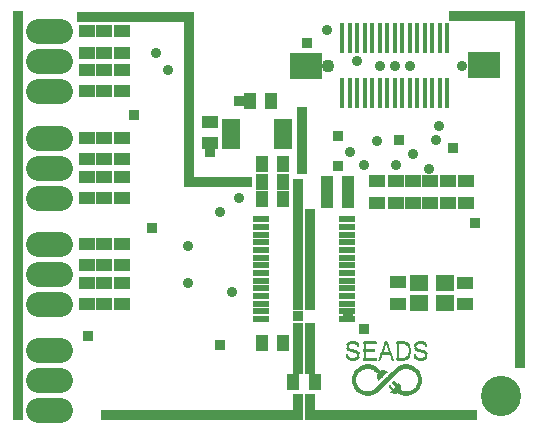
<source format=gts>
G75*
%MOIN*%
%OFA0B0*%
%FSLAX24Y24*%
%IPPOS*%
%LPD*%
%AMOC8*
5,1,8,0,0,1.08239X$1,22.5*
%
%ADD10C,0.1340*%
%ADD11R,0.0069X0.0011*%
%ADD12R,0.0080X0.0011*%
%ADD13R,0.0218X0.0011*%
%ADD14R,0.0310X0.0011*%
%ADD15R,0.0380X0.0011*%
%ADD16R,0.0425X0.0012*%
%ADD17R,0.0471X0.0011*%
%ADD18R,0.0517X0.0011*%
%ADD19R,0.0092X0.0011*%
%ADD20R,0.0563X0.0011*%
%ADD21R,0.0161X0.0011*%
%ADD22R,0.0586X0.0011*%
%ADD23R,0.0782X0.0011*%
%ADD24R,0.0816X0.0012*%
%ADD25R,0.0655X0.0011*%
%ADD26R,0.0851X0.0011*%
%ADD27R,0.0678X0.0011*%
%ADD28R,0.0862X0.0011*%
%ADD29R,0.0288X0.0011*%
%ADD30R,0.0448X0.0011*%
%ADD31R,0.0241X0.0011*%
%ADD32R,0.0253X0.0011*%
%ADD33R,0.0391X0.0011*%
%ADD34R,0.0230X0.0012*%
%ADD35R,0.0345X0.0012*%
%ADD36R,0.0207X0.0011*%
%ADD37R,0.0207X0.0011*%
%ADD38R,0.0299X0.0011*%
%ADD39R,0.0195X0.0011*%
%ADD40R,0.0184X0.0011*%
%ADD41R,0.0173X0.0012*%
%ADD42R,0.0195X0.0012*%
%ADD43R,0.0322X0.0012*%
%ADD44R,0.0184X0.0012*%
%ADD45R,0.0173X0.0011*%
%ADD46R,0.0230X0.0011*%
%ADD47R,0.0184X0.0011*%
%ADD48R,0.0092X0.0011*%
%ADD49R,0.0161X0.0012*%
%ADD50R,0.0092X0.0012*%
%ADD51R,0.0149X0.0011*%
%ADD52R,0.0150X0.0011*%
%ADD53R,0.0069X0.0011*%
%ADD54R,0.0046X0.0011*%
%ADD55R,0.0149X0.0012*%
%ADD56R,0.0023X0.0012*%
%ADD57R,0.0138X0.0012*%
%ADD58R,0.0138X0.0011*%
%ADD59R,0.0103X0.0011*%
%ADD60R,0.0057X0.0011*%
%ADD61R,0.0035X0.0011*%
%ADD62R,0.0103X0.0012*%
%ADD63R,0.0011X0.0012*%
%ADD64R,0.0127X0.0012*%
%ADD65R,0.0057X0.0012*%
%ADD66R,0.0127X0.0011*%
%ADD67R,0.0011X0.0011*%
%ADD68R,0.0023X0.0011*%
%ADD69R,0.0092X0.0012*%
%ADD70R,0.0115X0.0011*%
%ADD71R,0.0126X0.0011*%
%ADD72R,0.0126X0.0012*%
%ADD73R,0.0265X0.0011*%
%ADD74R,0.0150X0.0012*%
%ADD75R,0.0276X0.0012*%
%ADD76R,0.0322X0.0011*%
%ADD77R,0.0345X0.0011*%
%ADD78R,0.0368X0.0011*%
%ADD79R,0.0368X0.0012*%
%ADD80R,0.0379X0.0011*%
%ADD81R,0.0207X0.0012*%
%ADD82R,0.0207X0.0012*%
%ADD83R,0.0678X0.0012*%
%ADD84R,0.0621X0.0011*%
%ADD85R,0.0552X0.0011*%
%ADD86R,0.0552X0.0011*%
%ADD87R,0.0517X0.0012*%
%ADD88R,0.0425X0.0011*%
%ADD89R,0.0218X0.0012*%
%ADD90R,0.0437X0.0011*%
%ADD91R,0.0437X0.0012*%
%ADD92R,0.0080X0.0012*%
%ADD93R,0.0333X0.0012*%
%ADD94R,0.0356X0.0011*%
%ADD95R,0.0403X0.0011*%
%ADD96R,0.0115X0.0012*%
%ADD97R,0.0069X0.0012*%
%ADD98R,0.0391X0.0012*%
%ADD99R,0.0264X0.0011*%
%ADD100R,0.0288X0.0012*%
%ADD101R,0.0403X0.0012*%
%ADD102R,0.0299X0.0011*%
%ADD103R,0.0276X0.0011*%
%ADD104R,0.0069X0.0012*%
%ADD105R,0.0414X0.0011*%
%ADD106R,0.0333X0.0011*%
%ADD107R,0.0322X0.0011*%
%ADD108R,0.0534X0.0237*%
%ADD109R,0.0395X0.0552*%
%ADD110R,0.0552X0.0395*%
%ADD111C,0.0820*%
%ADD112R,0.0620X0.0260*%
%ADD113R,0.0631X0.0552*%
%ADD114R,0.1064X0.0867*%
%ADD115R,0.0157X0.1004*%
%ADD116C,0.0434*%
%ADD117C,0.0356*%
%ADD118C,0.0360*%
%ADD119R,0.0360X0.0360*%
D10*
X017070Y001361D03*
D11*
X014187Y002710D03*
X014187Y002744D03*
X013325Y002917D03*
X013313Y002951D03*
X013302Y002986D03*
X013279Y003055D03*
X013187Y003043D03*
X012290Y003009D03*
X011922Y002744D03*
X012612Y001364D03*
D12*
X012997Y001916D03*
X013480Y001801D03*
X013653Y001721D03*
X013906Y001364D03*
X013009Y002549D03*
X013020Y002572D03*
X013020Y002583D03*
X013032Y002606D03*
X013043Y002641D03*
X013043Y002652D03*
X013055Y002664D03*
X013055Y002687D03*
X013066Y002698D03*
X013066Y002710D03*
X013101Y002802D03*
X013101Y002813D03*
X013112Y002825D03*
X013112Y002836D03*
X013124Y002859D03*
X013124Y002871D03*
X013124Y002882D03*
X013135Y002894D03*
X013147Y002917D03*
X013147Y002928D03*
X013147Y002940D03*
X013158Y002951D03*
X013158Y002974D03*
X013170Y002986D03*
X013170Y002997D03*
X013170Y003009D03*
X013181Y003032D03*
X013193Y003055D03*
X013285Y003043D03*
X013285Y003032D03*
X013296Y003009D03*
X013296Y002997D03*
X013308Y002974D03*
X013319Y002940D03*
X013319Y002928D03*
X013331Y002894D03*
X013342Y002882D03*
X013342Y002871D03*
X013342Y002859D03*
X013354Y002836D03*
X013354Y002825D03*
X013365Y002813D03*
X013365Y002802D03*
X013388Y002721D03*
X013400Y002710D03*
X013400Y002698D03*
X013400Y002687D03*
X013411Y002664D03*
X013423Y002641D03*
X013423Y002629D03*
X013434Y002606D03*
X013434Y002595D03*
X013446Y002572D03*
X013618Y002629D03*
X013618Y002641D03*
X013618Y002652D03*
X013618Y002664D03*
X013618Y002687D03*
X013618Y002698D03*
X013618Y002710D03*
X013618Y002721D03*
X013618Y002744D03*
X013618Y002756D03*
X013618Y002767D03*
X013618Y002779D03*
X013618Y002802D03*
X013618Y002813D03*
X013618Y002825D03*
X013618Y002836D03*
X013618Y002859D03*
X013618Y002871D03*
X013618Y002882D03*
X013618Y002894D03*
X013618Y002917D03*
X013618Y002928D03*
X013618Y002940D03*
X013618Y002951D03*
X013618Y002974D03*
X013618Y002986D03*
X013618Y002997D03*
X013618Y003009D03*
X013618Y003032D03*
X013618Y003043D03*
X013618Y003055D03*
X013618Y003066D03*
X013998Y002997D03*
X014009Y002974D03*
X014021Y002928D03*
X014021Y002917D03*
X014021Y002894D03*
X014021Y002882D03*
X014021Y002871D03*
X014021Y002859D03*
X014021Y002836D03*
X014021Y002825D03*
X014021Y002813D03*
X014021Y002802D03*
X014021Y002779D03*
X014009Y002756D03*
X014009Y002744D03*
X013998Y002721D03*
X013998Y002710D03*
X013986Y002687D03*
X014182Y002721D03*
X014193Y002698D03*
X014193Y002687D03*
X014205Y002986D03*
X014205Y002997D03*
X014205Y003009D03*
X014216Y003032D03*
X014216Y003043D03*
X014538Y003055D03*
X014550Y003032D03*
X014550Y003009D03*
X014550Y002997D03*
X014561Y002756D03*
X014561Y002744D03*
X014561Y002687D03*
X014561Y002664D03*
X013239Y003158D03*
X012514Y003066D03*
X012514Y003055D03*
X012514Y003043D03*
X012514Y003032D03*
X012514Y003009D03*
X012514Y002997D03*
X012514Y002986D03*
X012514Y002974D03*
X012514Y002951D03*
X012514Y002940D03*
X012514Y002928D03*
X012514Y002917D03*
X012514Y002813D03*
X012514Y002802D03*
X012514Y002779D03*
X012514Y002767D03*
X012514Y002756D03*
X012514Y002744D03*
X012514Y002721D03*
X012514Y002710D03*
X012514Y002698D03*
X012514Y002687D03*
X012514Y002664D03*
X012514Y002652D03*
X012514Y002641D03*
X012514Y002629D03*
X012307Y002687D03*
X012307Y002698D03*
X012307Y002710D03*
X012307Y002721D03*
X012296Y002664D03*
X012296Y002986D03*
X012296Y002997D03*
X012284Y003032D03*
X011951Y003032D03*
X011951Y003043D03*
X011951Y003009D03*
X011928Y002721D03*
X011928Y002710D03*
X011928Y002698D03*
X011928Y002687D03*
X011939Y002664D03*
D13*
X012043Y002894D03*
X012342Y002227D03*
X012894Y002227D03*
X013043Y002031D03*
X012894Y001537D03*
X012618Y001376D03*
X012342Y001537D03*
X013607Y001606D03*
X013906Y001376D03*
X014182Y001537D03*
X014182Y002227D03*
X014377Y002549D03*
X014308Y002894D03*
X013630Y002227D03*
D14*
X013906Y002376D03*
X014377Y002572D03*
X014377Y003124D03*
X013549Y001571D03*
X013584Y001537D03*
X013906Y001387D03*
X012618Y001387D03*
D15*
X012618Y001399D03*
X013906Y001399D03*
X013768Y002583D03*
X013768Y003112D03*
D16*
X013906Y001410D03*
X012618Y001410D03*
D17*
X012618Y001422D03*
X012618Y002342D03*
X013906Y002342D03*
X013906Y001422D03*
D18*
X013906Y001433D03*
X012618Y001433D03*
D19*
X013348Y001663D03*
X013359Y001652D03*
X013394Y001617D03*
X013405Y001606D03*
X013417Y001594D03*
X013520Y001433D03*
X013451Y002549D03*
X013417Y002652D03*
X013072Y002721D03*
X013233Y003147D03*
X013980Y003032D03*
X013992Y003009D03*
X014210Y002974D03*
X014222Y003055D03*
X014544Y003043D03*
X014555Y002767D03*
X014567Y002721D03*
X014567Y002710D03*
X014567Y002698D03*
X014555Y002652D03*
X014544Y002641D03*
X014210Y002652D03*
X014199Y002664D03*
X013992Y002698D03*
X013969Y002664D03*
X012301Y002744D03*
X012301Y002756D03*
X012267Y003066D03*
X011968Y003066D03*
X011956Y003055D03*
X011956Y002951D03*
D20*
X012618Y001445D03*
X013906Y001445D03*
D21*
X013624Y001675D03*
X013520Y001445D03*
X013014Y001974D03*
X012255Y002146D03*
X012244Y002135D03*
X012232Y002123D03*
X012232Y002112D03*
X012221Y001663D03*
X012232Y001652D03*
X012244Y001629D03*
X012255Y001617D03*
X012232Y002606D03*
X012002Y002606D03*
X013233Y003066D03*
X014268Y002606D03*
X014268Y002146D03*
X014279Y002135D03*
X014279Y002123D03*
X014291Y002112D03*
X014302Y002089D03*
X014291Y001652D03*
X014279Y001629D03*
X014268Y001617D03*
D22*
X013906Y002307D03*
X012618Y002307D03*
X012618Y001468D03*
X012618Y001456D03*
D23*
X013808Y001456D03*
D24*
X013802Y001468D03*
D25*
X013906Y002284D03*
X012618Y002284D03*
X012618Y001479D03*
D26*
X013808Y001479D03*
D27*
X012618Y001491D03*
D28*
X013814Y001491D03*
D29*
X014113Y001502D03*
X013699Y002261D03*
X012825Y001502D03*
X012411Y001502D03*
X012411Y002261D03*
X012123Y002859D03*
X012100Y002871D03*
D30*
X013618Y001502D03*
D31*
X013066Y002066D03*
X012376Y001514D03*
X014377Y003147D03*
D32*
X014337Y002882D03*
X014141Y002250D03*
X013670Y002250D03*
X013072Y002077D03*
X012853Y002250D03*
X012382Y002250D03*
X012853Y001514D03*
X014141Y001514D03*
X012071Y002882D03*
X012117Y003147D03*
D33*
X013233Y002744D03*
X013773Y002595D03*
X013773Y003101D03*
X013601Y001514D03*
D34*
X014164Y001525D03*
X013049Y002043D03*
X012876Y001525D03*
X012359Y001525D03*
D35*
X013589Y001525D03*
X013233Y002790D03*
X013750Y003135D03*
D36*
X014199Y001548D03*
X012324Y001548D03*
D37*
X012911Y001548D03*
X013037Y002020D03*
X012922Y002204D03*
X013612Y001617D03*
D38*
X013555Y001560D03*
X013566Y001548D03*
X013083Y002112D03*
X012819Y002261D03*
X012612Y002376D03*
X013727Y002549D03*
X014107Y002261D03*
D39*
X014216Y002204D03*
X013595Y002204D03*
X013584Y002192D03*
X013457Y002077D03*
X013446Y002066D03*
X013434Y002054D03*
X013411Y002031D03*
X013400Y002020D03*
X013388Y002008D03*
X013377Y001997D03*
X013354Y001974D03*
X013342Y001962D03*
X013331Y001951D03*
X013319Y001939D03*
X013296Y001916D03*
X013285Y001905D03*
X013273Y001893D03*
X013262Y001882D03*
X013239Y001859D03*
X013227Y001847D03*
X013216Y001836D03*
X013204Y001824D03*
X013181Y001801D03*
X012940Y001571D03*
X012928Y001560D03*
X013032Y002008D03*
X012940Y002192D03*
X012307Y002204D03*
X012296Y002192D03*
X012296Y001571D03*
X012307Y001560D03*
X013618Y001629D03*
X014216Y001560D03*
X014377Y003158D03*
X012112Y003158D03*
D40*
X012232Y002813D03*
X013026Y001997D03*
X013164Y001790D03*
X013152Y001778D03*
X013141Y001767D03*
X013106Y001732D03*
X013095Y001721D03*
X013083Y001709D03*
X013049Y001675D03*
X013037Y001663D03*
X013026Y001652D03*
X012991Y001617D03*
X012980Y001606D03*
X012968Y001594D03*
X013601Y001709D03*
X013474Y002089D03*
X013497Y002112D03*
X013509Y002123D03*
X013532Y002146D03*
X013555Y002169D03*
X013566Y002181D03*
X014222Y002192D03*
X014233Y002181D03*
X014222Y001571D03*
D41*
X013607Y001698D03*
X013020Y001985D03*
X012261Y002158D03*
X012284Y001583D03*
D42*
X012951Y001583D03*
X013193Y001813D03*
X013250Y001870D03*
X013308Y001928D03*
X013365Y001985D03*
X013423Y002043D03*
D43*
X013543Y001583D03*
D44*
X013624Y001640D03*
X013129Y001755D03*
X013072Y001698D03*
X013014Y001640D03*
X013486Y002100D03*
X013543Y002158D03*
X014233Y001583D03*
X014279Y002905D03*
X012014Y002905D03*
D45*
X012284Y002181D03*
X012273Y002169D03*
X012261Y001606D03*
X012273Y001594D03*
X013618Y001686D03*
X013630Y001652D03*
X014251Y001594D03*
X014262Y001606D03*
X014251Y002169D03*
X014492Y002606D03*
X014492Y002813D03*
D46*
X014463Y002825D03*
X014164Y002238D03*
X013647Y002238D03*
X013060Y002054D03*
X012876Y002238D03*
X012359Y002238D03*
X012117Y002549D03*
X012198Y002825D03*
X013601Y001594D03*
D47*
X013118Y001744D03*
X013060Y001686D03*
X013003Y001629D03*
X013520Y002135D03*
D48*
X013440Y002583D03*
X013037Y002629D03*
X013026Y002595D03*
X012290Y002652D03*
X012290Y002767D03*
X012278Y003043D03*
X012278Y003055D03*
X011945Y002997D03*
X011945Y002986D03*
X011945Y002974D03*
X011945Y002652D03*
X013382Y001629D03*
X014015Y002767D03*
X014015Y002940D03*
X014015Y002951D03*
X014003Y002986D03*
X014233Y003066D03*
X014532Y003066D03*
D49*
X013911Y002618D03*
X014256Y002158D03*
X014279Y001640D03*
X012232Y001640D03*
D50*
X013371Y001640D03*
X013428Y002618D03*
X011933Y002675D03*
D51*
X012204Y002066D03*
X012192Y002031D03*
X013630Y001663D03*
X014320Y001709D03*
X014320Y002054D03*
X014377Y002537D03*
D52*
X014251Y002917D03*
X014308Y002077D03*
X014308Y001686D03*
X014308Y001675D03*
X014297Y001663D03*
X012215Y001675D03*
X012215Y001686D03*
X012215Y002077D03*
X012215Y002089D03*
X012112Y002537D03*
X011997Y002917D03*
D53*
X013348Y001675D03*
X014555Y002986D03*
D54*
X013348Y001686D03*
X012991Y001893D03*
D55*
X012204Y001698D03*
X013239Y003078D03*
D56*
X013348Y001698D03*
D57*
X014314Y001698D03*
X014337Y001755D03*
X014348Y001813D03*
X014325Y002043D03*
X012198Y002043D03*
X012175Y001985D03*
X012163Y001928D03*
X012163Y001870D03*
X012186Y001755D03*
D58*
X012186Y001744D03*
X012186Y001732D03*
X012198Y001721D03*
X012198Y001709D03*
X012175Y001767D03*
X012175Y001778D03*
X012175Y001790D03*
X012175Y001801D03*
X012163Y001836D03*
X012163Y001847D03*
X012163Y001859D03*
X012163Y001882D03*
X012163Y001893D03*
X012163Y001905D03*
X012163Y001916D03*
X012175Y001962D03*
X012175Y001974D03*
X012175Y001997D03*
X012186Y002008D03*
X012186Y002020D03*
X012198Y002054D03*
X013014Y001962D03*
X013129Y002192D03*
X012255Y002802D03*
X013233Y003089D03*
X013233Y003101D03*
X014521Y002802D03*
X014314Y002066D03*
X014325Y002031D03*
X014337Y002020D03*
X014337Y002008D03*
X014337Y001997D03*
X014348Y001974D03*
X014348Y001962D03*
X014348Y001951D03*
X014348Y001939D03*
X014348Y001824D03*
X014348Y001801D03*
X014348Y001790D03*
X014348Y001778D03*
X014337Y001767D03*
X014337Y001744D03*
X014325Y001732D03*
X014325Y001721D03*
D59*
X013549Y001721D03*
X013538Y001732D03*
X013526Y001744D03*
X013503Y001767D03*
X013492Y001778D03*
X013480Y001790D03*
X013952Y002641D03*
X013963Y002652D03*
X014216Y002641D03*
X014228Y002629D03*
X014538Y002629D03*
X014550Y002779D03*
X014228Y002940D03*
X014216Y002951D03*
X014251Y003089D03*
X013975Y003043D03*
X013963Y003055D03*
X012284Y002779D03*
X012284Y002641D03*
X012273Y002629D03*
X011962Y002629D03*
X011951Y002641D03*
X011962Y002940D03*
D60*
X013135Y002204D03*
X012997Y001905D03*
X013653Y001732D03*
D61*
X013653Y001744D03*
X013480Y001824D03*
X013906Y002399D03*
X012618Y002399D03*
D62*
X012261Y003078D03*
X011974Y003078D03*
X013515Y001755D03*
X014239Y003078D03*
D63*
X013653Y001755D03*
D64*
X014354Y001870D03*
X014354Y001928D03*
X014239Y002618D03*
X012169Y001813D03*
D65*
X013480Y001813D03*
D66*
X014354Y001836D03*
X014354Y001847D03*
X014354Y001859D03*
X014354Y001882D03*
X014354Y001893D03*
X014354Y001905D03*
X014354Y001916D03*
X012169Y001939D03*
X012169Y001951D03*
X012169Y001824D03*
X012112Y003170D03*
D67*
X013480Y001836D03*
D68*
X012991Y001882D03*
D69*
X013003Y001928D03*
X013014Y002560D03*
X013980Y002675D03*
X014210Y002963D03*
X013992Y003020D03*
X014567Y002733D03*
D70*
X014233Y002928D03*
X013946Y003066D03*
X013233Y003124D03*
X012244Y003089D03*
X011991Y003089D03*
X013003Y001939D03*
D71*
X013009Y001951D03*
X013940Y002629D03*
X014504Y003089D03*
X014377Y003170D03*
X013239Y003112D03*
X011974Y002928D03*
D72*
X012261Y002618D03*
X013929Y003078D03*
X014343Y001985D03*
D73*
X013078Y002089D03*
X012169Y002836D03*
X013710Y003158D03*
D74*
X014297Y002100D03*
X012227Y002100D03*
D75*
X012117Y002560D03*
X013083Y002100D03*
X014383Y002560D03*
X014406Y002848D03*
D76*
X013083Y002123D03*
X012117Y002572D03*
X012117Y003124D03*
D77*
X012117Y003112D03*
X012117Y002583D03*
X013083Y002135D03*
X014383Y002583D03*
D78*
X014383Y002595D03*
X013900Y002365D03*
X013233Y002767D03*
X013233Y002779D03*
X013762Y003124D03*
X013037Y002181D03*
X013083Y002146D03*
X012612Y002365D03*
X012117Y002595D03*
D79*
X013072Y002158D03*
D80*
X013055Y002169D03*
X013227Y002756D03*
D81*
X012324Y002215D03*
X014199Y002215D03*
D82*
X013612Y002215D03*
X012911Y002215D03*
D83*
X012618Y002273D03*
X013906Y002273D03*
D84*
X013900Y002296D03*
X012612Y002296D03*
D85*
X012612Y002319D03*
D86*
X013900Y002319D03*
D87*
X013906Y002330D03*
X012618Y002330D03*
D88*
X012618Y002353D03*
X012687Y003158D03*
X013906Y002353D03*
D89*
X013906Y002388D03*
X012618Y002388D03*
D90*
X012692Y002549D03*
X012692Y002572D03*
X012692Y002583D03*
X012692Y002595D03*
X012692Y002606D03*
X012692Y003089D03*
X012692Y003101D03*
X012692Y003112D03*
X012692Y003124D03*
X012692Y003147D03*
D91*
X012692Y003135D03*
X012692Y002560D03*
D92*
X012514Y002618D03*
X012514Y002675D03*
X012514Y002733D03*
X012514Y002790D03*
X012514Y002905D03*
X012514Y002963D03*
X012514Y003020D03*
X012514Y003078D03*
X012284Y003020D03*
X012307Y002733D03*
X012296Y002675D03*
X011951Y002963D03*
X011951Y003020D03*
X013032Y002618D03*
X013055Y002675D03*
X013112Y002848D03*
X013135Y002905D03*
X013158Y002963D03*
X013181Y003020D03*
X013308Y002963D03*
X013331Y002905D03*
X013354Y002848D03*
X013411Y002675D03*
X013446Y002560D03*
X013618Y002618D03*
X013618Y002675D03*
X013618Y002733D03*
X013618Y002790D03*
X013618Y002848D03*
X013618Y002905D03*
X013618Y002963D03*
X013618Y003020D03*
X013618Y003078D03*
X014009Y002963D03*
X014021Y002905D03*
X014021Y002848D03*
X014021Y002790D03*
X014009Y002733D03*
X014182Y002733D03*
X014193Y002675D03*
X014561Y002675D03*
X014550Y003020D03*
X014205Y003020D03*
D93*
X013745Y002560D03*
D94*
X013756Y002572D03*
X014377Y003101D03*
X012123Y003101D03*
D95*
X012675Y002894D03*
X012675Y002882D03*
X012675Y002871D03*
X012675Y002859D03*
X012675Y002836D03*
X012675Y002825D03*
X013779Y002606D03*
D96*
X013233Y003135D03*
X012278Y002790D03*
X011979Y002618D03*
X014521Y002618D03*
X014532Y002790D03*
X014521Y003078D03*
D97*
X011922Y002733D03*
D98*
X013233Y002733D03*
D99*
X014435Y002836D03*
D100*
X014377Y003135D03*
X012146Y002848D03*
X012112Y003135D03*
D101*
X012675Y002848D03*
D102*
X014383Y002859D03*
D103*
X014360Y002871D03*
D104*
X013290Y003020D03*
D105*
X013785Y003089D03*
D106*
X014377Y003112D03*
D107*
X013739Y003147D03*
D108*
X011940Y003930D03*
X011940Y004186D03*
X011940Y004442D03*
X011940Y004698D03*
X011940Y004954D03*
X011940Y005210D03*
X011940Y005465D03*
X011940Y005721D03*
X011940Y005977D03*
X011940Y006233D03*
X011940Y006489D03*
X011940Y006745D03*
X011940Y007001D03*
X011940Y007257D03*
X009066Y007257D03*
X009066Y007001D03*
X009066Y006745D03*
X009066Y006489D03*
X009066Y006233D03*
X009066Y005977D03*
X009066Y005721D03*
X009066Y005465D03*
X009066Y005210D03*
X009066Y004954D03*
X009066Y004698D03*
X009066Y004442D03*
X009066Y004186D03*
X009066Y003930D03*
D109*
X009078Y003133D03*
X009786Y003133D03*
X010141Y001834D03*
X010849Y001834D03*
X011243Y007897D03*
X011243Y008448D03*
X011952Y008448D03*
X011952Y007897D03*
X009786Y007936D03*
X009786Y008487D03*
X009786Y009117D03*
X009078Y009117D03*
X009078Y008487D03*
X009078Y007936D03*
X009393Y011204D03*
X008684Y011204D03*
D110*
X007345Y010495D03*
X007345Y009786D03*
X004432Y009983D03*
X003841Y009983D03*
X003251Y009983D03*
X003251Y009274D03*
X003841Y009274D03*
X003841Y008684D03*
X003251Y008684D03*
X003251Y007975D03*
X003841Y007975D03*
X004432Y007975D03*
X004432Y008684D03*
X004432Y009274D03*
X004432Y011519D03*
X003841Y011519D03*
X003251Y011519D03*
X003251Y012227D03*
X003841Y012227D03*
X003841Y012818D03*
X003251Y012818D03*
X003251Y013526D03*
X003841Y013526D03*
X004432Y013526D03*
X004432Y012818D03*
X004432Y012227D03*
X004432Y006440D03*
X003841Y006440D03*
X003251Y006440D03*
X003251Y005731D03*
X003251Y005141D03*
X003841Y005141D03*
X003841Y005731D03*
X004432Y005731D03*
X004432Y005141D03*
X004432Y004432D03*
X003841Y004432D03*
X003251Y004432D03*
X012936Y007818D03*
X013566Y007818D03*
X014117Y007818D03*
X014708Y007818D03*
X015298Y007818D03*
X015889Y007818D03*
X015889Y008526D03*
X015298Y008526D03*
X014708Y008526D03*
X014117Y008526D03*
X013566Y008526D03*
X012936Y008526D03*
X013641Y005157D03*
X013641Y004449D03*
X015849Y004426D03*
X015849Y005134D03*
D111*
X002361Y005432D02*
X001621Y005432D01*
X001621Y004432D02*
X002361Y004432D01*
X002361Y002889D02*
X001621Y002889D01*
X001621Y001889D02*
X002361Y001889D01*
X002361Y000889D02*
X001621Y000889D01*
X001621Y006432D02*
X002361Y006432D01*
X002361Y007975D02*
X001621Y007975D01*
X001621Y008975D02*
X002361Y008975D01*
X002361Y009975D02*
X001621Y009975D01*
X001621Y011519D02*
X002361Y011519D01*
X002361Y012519D02*
X001621Y012519D01*
X001621Y013519D02*
X002361Y013519D01*
D112*
X008060Y010481D03*
X008060Y010231D03*
X008060Y009971D03*
X008060Y009721D03*
X009780Y009721D03*
X009780Y009971D03*
X009780Y010231D03*
X009780Y010481D03*
D113*
X014312Y005126D03*
X014312Y004457D03*
X015178Y004457D03*
X015178Y005126D03*
D114*
X016484Y012395D03*
X010569Y012385D03*
D115*
X011776Y013310D03*
X012026Y013310D03*
X012276Y013310D03*
X012526Y013310D03*
X012776Y013310D03*
X013026Y013310D03*
X013276Y013310D03*
X013526Y013310D03*
X013776Y013310D03*
X014026Y013310D03*
X014276Y013310D03*
X014526Y013310D03*
X014776Y013310D03*
X015026Y013310D03*
X015276Y013310D03*
X015276Y011460D03*
X015026Y011460D03*
X014776Y011460D03*
X014526Y011460D03*
X014276Y011460D03*
X014026Y011460D03*
X013776Y011460D03*
X013526Y011460D03*
X013276Y011460D03*
X013026Y011460D03*
X012776Y011460D03*
X012526Y011460D03*
X012276Y011460D03*
X012026Y011460D03*
X011776Y011460D03*
D116*
X011282Y012385D03*
D117*
X015771Y012385D03*
D118*
X014038Y012385D03*
X013526Y012385D03*
X013015Y012385D03*
X012267Y012542D03*
X011243Y013566D03*
X014983Y010377D03*
X014904Y009904D03*
X014117Y009432D03*
X013566Y009078D03*
X012936Y009865D03*
X012503Y009078D03*
X012030Y009511D03*
X014668Y008920D03*
X008330Y007975D03*
X007700Y007503D03*
X006637Y006361D03*
X006637Y005141D03*
X008093Y004826D03*
X005967Y012227D03*
X005574Y012818D03*
D119*
X000967Y000731D03*
X000967Y001007D03*
X000967Y001282D03*
X000967Y001558D03*
X000967Y001834D03*
X000967Y002109D03*
X000967Y002385D03*
X000967Y002621D03*
X000967Y002897D03*
X000967Y003172D03*
X000967Y003448D03*
X000967Y003684D03*
X000967Y003960D03*
X000967Y004235D03*
X000967Y004511D03*
X000967Y004786D03*
X000967Y005062D03*
X000967Y005337D03*
X000967Y005613D03*
X000967Y005889D03*
X000967Y006164D03*
X000967Y006440D03*
X000967Y006715D03*
X000967Y006991D03*
X000967Y007267D03*
X000967Y007542D03*
X000967Y007818D03*
X000967Y008093D03*
X000967Y008369D03*
X000967Y008645D03*
X000967Y008920D03*
X000967Y009196D03*
X000967Y009432D03*
X000967Y009708D03*
X000967Y009983D03*
X000967Y010259D03*
X000967Y010534D03*
X000967Y010810D03*
X000967Y011086D03*
X000967Y011361D03*
X000967Y011597D03*
X000967Y011873D03*
X000967Y012149D03*
X000967Y012424D03*
X000967Y012700D03*
X000967Y012975D03*
X000967Y013251D03*
X000967Y013487D03*
X000967Y013763D03*
X000967Y014038D03*
X003093Y013999D03*
X003369Y013999D03*
X003645Y013999D03*
X003920Y013999D03*
X004196Y013999D03*
X004471Y013999D03*
X004747Y013999D03*
X005023Y013999D03*
X005298Y013999D03*
X005574Y013999D03*
X005849Y013999D03*
X006125Y013999D03*
X006400Y013999D03*
X006676Y013999D03*
X006676Y013723D03*
X006676Y013448D03*
X006676Y013172D03*
X006676Y012897D03*
X006676Y012621D03*
X006676Y012345D03*
X006676Y012070D03*
X006676Y011794D03*
X006676Y011519D03*
X006676Y011243D03*
X006676Y010967D03*
X006676Y010692D03*
X006676Y010416D03*
X006676Y010141D03*
X006676Y009865D03*
X006676Y009589D03*
X006676Y009314D03*
X006676Y009038D03*
X006676Y008763D03*
X006676Y008487D03*
X006952Y008487D03*
X007227Y008487D03*
X007503Y008487D03*
X007778Y008487D03*
X008054Y008487D03*
X008330Y008487D03*
X008605Y008487D03*
X007345Y009511D03*
X008330Y011204D03*
X010416Y010849D03*
X010416Y010574D03*
X010416Y010298D03*
X010416Y010023D03*
X010416Y009747D03*
X010416Y009471D03*
X010416Y009196D03*
X010416Y008920D03*
X010298Y008448D03*
X010298Y008211D03*
X010298Y007936D03*
X010298Y007700D03*
X010298Y007424D03*
X010298Y007149D03*
X010298Y006873D03*
X010298Y006597D03*
X010298Y006322D03*
X010298Y006046D03*
X010298Y005771D03*
X010298Y005495D03*
X010298Y005219D03*
X010298Y004944D03*
X010298Y004668D03*
X010298Y004393D03*
X010298Y004038D03*
X010298Y003645D03*
X010298Y003369D03*
X010298Y003093D03*
X010298Y002818D03*
X010298Y002542D03*
X010298Y002267D03*
X010692Y002267D03*
X010692Y002542D03*
X010692Y002818D03*
X010692Y003093D03*
X010692Y003369D03*
X010692Y003645D03*
X010692Y004393D03*
X010692Y004668D03*
X010692Y004944D03*
X010692Y005219D03*
X010692Y005495D03*
X010692Y005771D03*
X010692Y006046D03*
X010692Y006322D03*
X010692Y006597D03*
X010692Y006873D03*
X010692Y007149D03*
X010692Y007424D03*
X011243Y008448D03*
X011637Y009038D03*
X011637Y010023D03*
X013645Y009904D03*
X015456Y009629D03*
X017700Y009629D03*
X017700Y009904D03*
X017700Y010180D03*
X017700Y010456D03*
X017700Y010731D03*
X017700Y011007D03*
X017700Y011282D03*
X017700Y011558D03*
X017700Y011834D03*
X017700Y012109D03*
X017700Y012385D03*
X017700Y012660D03*
X017700Y012936D03*
X017700Y013211D03*
X017700Y013487D03*
X017700Y013763D03*
X017700Y014038D03*
X017424Y014038D03*
X017149Y014038D03*
X016873Y014038D03*
X016597Y014038D03*
X016322Y014038D03*
X016046Y014038D03*
X015771Y014038D03*
X015495Y014038D03*
X010603Y013141D03*
X004826Y010731D03*
X005416Y006952D03*
X003290Y003369D03*
X003881Y000731D03*
X004156Y000731D03*
X004432Y000731D03*
X004708Y000731D03*
X004983Y000731D03*
X005259Y000731D03*
X005534Y000731D03*
X005810Y000731D03*
X006086Y000731D03*
X006361Y000731D03*
X006637Y000731D03*
X006912Y000731D03*
X007188Y000731D03*
X007463Y000731D03*
X007739Y000731D03*
X008015Y000731D03*
X008290Y000731D03*
X008566Y000731D03*
X008841Y000731D03*
X009117Y000731D03*
X009353Y000731D03*
X009589Y000731D03*
X009826Y000731D03*
X010062Y000731D03*
X010298Y000731D03*
X010298Y001007D03*
X010298Y001282D03*
X010692Y001282D03*
X010692Y001007D03*
X010692Y000731D03*
X010967Y000731D03*
X011204Y000731D03*
X011479Y000731D03*
X011755Y000731D03*
X011991Y000731D03*
X012267Y000731D03*
X012503Y000731D03*
X012778Y000731D03*
X013054Y000731D03*
X013330Y000731D03*
X013605Y000731D03*
X013881Y000731D03*
X014156Y000731D03*
X014432Y000731D03*
X014708Y000731D03*
X014983Y000731D03*
X015259Y000731D03*
X015534Y000731D03*
X015810Y000731D03*
X016086Y000731D03*
X017700Y002463D03*
X017700Y002739D03*
X017700Y003015D03*
X017700Y003290D03*
X017700Y003566D03*
X017700Y003841D03*
X017700Y004117D03*
X017700Y004393D03*
X017700Y004668D03*
X017700Y004944D03*
X017700Y005219D03*
X017700Y005495D03*
X017700Y005771D03*
X017700Y006046D03*
X017700Y006322D03*
X017700Y006597D03*
X017700Y006873D03*
X017700Y007149D03*
X017700Y007424D03*
X017700Y007700D03*
X017700Y007975D03*
X017700Y008251D03*
X017700Y008526D03*
X017700Y008802D03*
X017700Y009078D03*
X017700Y009353D03*
X016183Y007138D03*
X014320Y005121D03*
X015180Y004481D03*
X012491Y003595D03*
X011952Y004038D03*
X007700Y003054D03*
M02*

</source>
